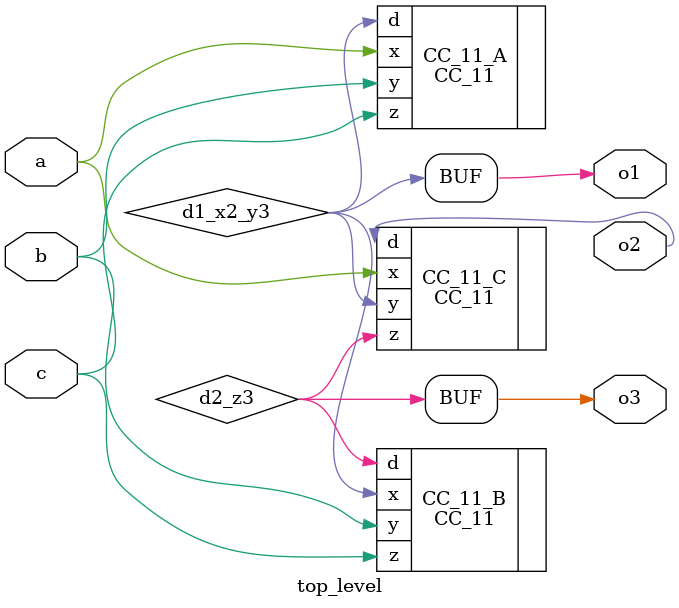
<source format=v>
`timescale 10ns / 1ns


module top_level(o1, o2, o3, a, b, c);
    input      a, b, c;
    output     o1, o2, o3;
    
    wire        d1_x2_y3, d2_z3;
    
    CC_11 CC_11_A(.x(a),        .y(b),        .z(c),     .d(d1_x2_y3));
    CC_11 CC_11_B(.x(d1_x2_y3), .y(b),        .z(c),     .d(d2_z3));
    CC_11 CC_11_C(.x(a),        .y(d1_x2_y3), .z(d2_z3), .d(o2));
    
    assign o1 = d1_x2_y3;
    assign o3 = d2_z3;
    
endmodule

</source>
